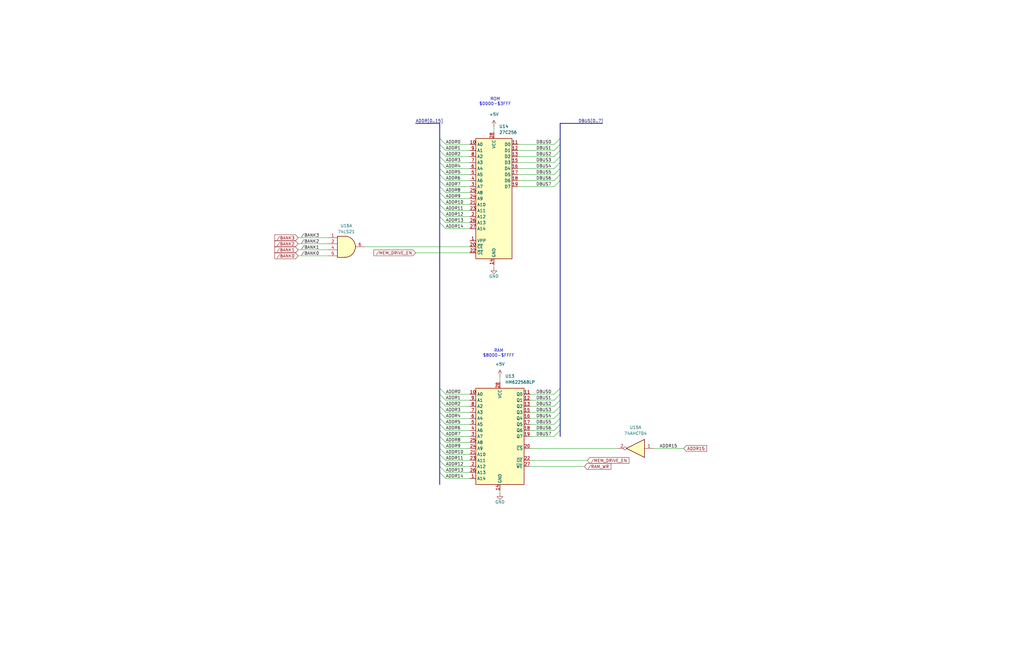
<source format=kicad_sch>
(kicad_sch (version 20231120) (generator "eeschema") (generator_version "8.0")
  (paper "B")
  (lib_symbols
    (symbol "74xx:74AHCT04"
      (property "Reference" "U" (at 0 1.27 0))
      (property "Value" "74AHCT04" (at 0 -1.27 0))
      (symbol "74AHCT04_1_0"
        (polyline (pts (xy -3.81 3.81) (xy -3.81 -3.81) (xy 3.81 0) (xy -3.81 3.81)) (stroke (width 0.254)) (fill (type background)))
        (pin input line (at -7.62 0 0) (length 3.81) (name "~") (number "1"))
        (pin output inverted (at 7.62 0 180) (length 3.81) (name "~") (number "2"))
      )
      (symbol "74AHCT04_2_0"
        (polyline (pts (xy -3.81 3.81) (xy -3.81 -3.81) (xy 3.81 0) (xy -3.81 3.81)) (stroke (width 0.254)) (fill (type background)))
        (pin input line (at -7.62 0 0) (length 3.81) (name "~") (number "3"))
        (pin output inverted (at 7.62 0 180) (length 3.81) (name "~") (number "4"))
      )
      (symbol "74AHCT04_3_0"
        (polyline (pts (xy -3.81 3.81) (xy -3.81 -3.81) (xy 3.81 0) (xy -3.81 3.81)) (stroke (width 0.254)) (fill (type background)))
        (pin input line (at -7.62 0 0) (length 3.81) (name "~") (number "5"))
        (pin output inverted (at 7.62 0 180) (length 3.81) (name "~") (number "6"))
      )
      (symbol "74AHCT04_4_0"
        (polyline (pts (xy -3.81 3.81) (xy -3.81 -3.81) (xy 3.81 0) (xy -3.81 3.81)) (stroke (width 0.254)) (fill (type background)))
        (pin output inverted (at 7.62 0 180) (length 3.81) (name "~") (number "8"))
        (pin input line (at -7.62 0 0) (length 3.81) (name "~") (number "9"))
      )
      (symbol "74AHCT04_5_0"
        (polyline (pts (xy -3.81 3.81) (xy -3.81 -3.81) (xy 3.81 0) (xy -3.81 3.81)) (stroke (width 0.254)) (fill (type background)))
        (pin output inverted (at 7.62 0 180) (length 3.81) (name "~") (number "10"))
        (pin input line (at -7.62 0 0) (length 3.81) (name "~") (number "11"))
      )
      (symbol "74AHCT04_6_0"
        (polyline (pts (xy -3.81 3.81) (xy -3.81 -3.81) (xy 3.81 0) (xy -3.81 3.81)) (stroke (width 0.254)) (fill (type background)))
        (pin output inverted (at 7.62 0 180) (length 3.81) (name "~") (number "12"))
        (pin input line (at -7.62 0 0) (length 3.81) (name "~") (number "13"))
      )
      (symbol "74AHCT04_7_0"
        (pin power_in line (at 0 12.7 270) (length 5.08) (name "VCC") (number "14"))
        (pin power_in line (at 0 -12.7 90) (length 5.08) (name "GND") (number "7"))
      )
      (symbol "74AHCT04_7_1"
        (rectangle (start -5.08 7.62) (end 5.08 -7.62) (stroke (width 0.254)) (fill (type background)))
      )
    )
    (symbol "74xx:74LS21" (pin_names (offset 1.016))
      (property "Reference" "U" (at 0 1.27 0))
      (property "Value" "74LS21" (at 0 -1.27 0))
      (symbol "74LS21_1_1"
        (arc (start -0.635 -4.445) (mid 3.7907 0) (end -0.635 4.445) (stroke (width 0.254)) (fill (type background)))
        (polyline (pts (xy -0.635 4.445) (xy -3.81 4.445) (xy -3.81 -4.445) (xy -0.635 -4.445)) (stroke (width 0.254)) (fill (type background)))
        (pin input line (at -7.62 3.81 0) (length 3.81) (name "~") (number "1"))
        (pin input line (at -7.62 1.27 0) (length 3.81) (name "~") (number "2"))
        (pin input line (at -7.62 -1.27 0) (length 3.81) (name "~") (number "4"))
        (pin input line (at -7.62 -3.81 0) (length 3.81) (name "~") (number "5"))
        (pin output line (at 7.62 0 180) (length 3.81) (name "~") (number "6"))
      )
      (symbol "74LS21_1_2"
        (arc (start -3.81 -4.445) (mid -2.5908 0) (end -3.81 4.445) (stroke (width 0.254)))
        (arc (start -0.6096 -4.445) (mid 2.2246 -2.8422) (end 3.81 0) (stroke (width 0.254)) (fill (type background)))
        (polyline (pts (xy -3.81 -4.445) (xy -0.635 -4.445)) (stroke (width 0.254)) (fill (type background)))
        (polyline (pts (xy -3.81 4.445) (xy -0.635 4.445)) (stroke (width 0.254)) (fill (type background)))
        (polyline (pts (xy -0.635 4.445) (xy -3.81 4.445) (xy -3.81 4.445) (xy -3.6322 4.0894) (xy -3.0988 2.921) (xy -2.7686 1.6764) (xy -2.6162 0.4318) (xy -2.6416 -0.8636) (xy -2.8702 -2.1082) (xy -3.2512 -3.3274) (xy -3.81 -4.445) (xy -3.81 -4.445) (xy -0.635 -4.445)) (stroke (width -25.4)) (fill (type background)))
        (arc (start 3.81 0) (mid 2.2204 2.8379) (end -0.6096 4.445) (stroke (width 0.254)) (fill (type background)))
        (pin input inverted (at -7.62 3.81 0) (length 3.81) (name "~") (number "1"))
        (pin input inverted (at -7.62 1.27 0) (length 4.826) (name "~") (number "2"))
        (pin input inverted (at -7.62 -1.27 0) (length 4.826) (name "~") (number "4"))
        (pin input inverted (at -7.62 -3.81 0) (length 3.81) (name "~") (number "5"))
        (pin output inverted (at 7.62 0 180) (length 3.81) (name "~") (number "6"))
      )
      (symbol "74LS21_2_1"
        (arc (start -0.635 -4.445) (mid 3.7907 0) (end -0.635 4.445) (stroke (width 0.254)) (fill (type background)))
        (polyline (pts (xy -0.635 4.445) (xy -3.81 4.445) (xy -3.81 -4.445) (xy -0.635 -4.445)) (stroke (width 0.254)) (fill (type background)))
        (pin input line (at -7.62 1.27 0) (length 3.81) (name "~") (number "10"))
        (pin input line (at -7.62 -1.27 0) (length 3.81) (name "~") (number "12"))
        (pin input line (at -7.62 -3.81 0) (length 3.81) (name "~") (number "13"))
        (pin output line (at 7.62 0 180) (length 3.81) (name "~") (number "8"))
        (pin input line (at -7.62 3.81 0) (length 3.81) (name "~") (number "9"))
      )
      (symbol "74LS21_2_2"
        (arc (start -3.81 -4.445) (mid -2.5908 0) (end -3.81 4.445) (stroke (width 0.254)))
        (arc (start -0.6096 -4.445) (mid 2.2246 -2.8422) (end 3.81 0) (stroke (width 0.254)) (fill (type background)))
        (polyline (pts (xy -3.81 -4.445) (xy -0.635 -4.445)) (stroke (width 0.254)) (fill (type background)))
        (polyline (pts (xy -3.81 4.445) (xy -0.635 4.445)) (stroke (width 0.254)) (fill (type background)))
        (polyline (pts (xy -0.635 4.445) (xy -3.81 4.445) (xy -3.81 4.445) (xy -3.6322 4.0894) (xy -3.0988 2.921) (xy -2.7686 1.6764) (xy -2.6162 0.4318) (xy -2.6416 -0.8636) (xy -2.8702 -2.1082) (xy -3.2512 -3.3274) (xy -3.81 -4.445) (xy -3.81 -4.445) (xy -0.635 -4.445)) (stroke (width -25.4)) (fill (type background)))
        (arc (start 3.81 0) (mid 2.2204 2.8379) (end -0.6096 4.445) (stroke (width 0.254)) (fill (type background)))
        (pin input inverted (at -7.62 1.27 0) (length 4.826) (name "~") (number "10"))
        (pin input inverted (at -7.62 -1.27 0) (length 4.826) (name "~") (number "12"))
        (pin input inverted (at -7.62 -3.81 0) (length 3.81) (name "~") (number "13"))
        (pin output inverted (at 7.62 0 180) (length 3.81) (name "~") (number "8"))
        (pin input inverted (at -7.62 3.81 0) (length 3.81) (name "~") (number "9"))
      )
      (symbol "74LS21_3_0"
        (pin power_in line (at 0 12.7 270) (length 5.08) (name "VCC") (number "14"))
        (pin power_in line (at 0 -12.7 90) (length 5.08) (name "GND") (number "7"))
      )
      (symbol "74LS21_3_1"
        (rectangle (start -5.08 7.62) (end 5.08 -7.62) (stroke (width 0.254)) (fill (type background)))
      )
    )
    (symbol "Memory_EPROM:27C256"
      (property "Reference" "U" (at -7.62 26.67 0))
      (property "Value" "27C256" (at 2.54 -26.67 0))
      (symbol "27C256_1_1"
        (rectangle (start -7.62 25.4) (end 7.62 -25.4) (stroke (width 0.254)) (fill (type background)))
        (pin input line (at -10.16 -17.78 0) (length 2.54) (name "VPP") (number "1"))
        (pin input line (at -10.16 22.86 0) (length 2.54) (name "A0") (number "10"))
        (pin tri_state line (at 10.16 22.86 180) (length 2.54) (name "D0") (number "11"))
        (pin tri_state line (at 10.16 20.32 180) (length 2.54) (name "D1") (number "12"))
        (pin tri_state line (at 10.16 17.78 180) (length 2.54) (name "D2") (number "13"))
        (pin power_in line (at 0 -27.94 90) (length 2.54) (name "GND") (number "14"))
        (pin tri_state line (at 10.16 15.24 180) (length 2.54) (name "D3") (number "15"))
        (pin tri_state line (at 10.16 12.7 180) (length 2.54) (name "D4") (number "16"))
        (pin tri_state line (at 10.16 10.16 180) (length 2.54) (name "D5") (number "17"))
        (pin tri_state line (at 10.16 7.62 180) (length 2.54) (name "D6") (number "18"))
        (pin tri_state line (at 10.16 5.08 180) (length 2.54) (name "D7") (number "19"))
        (pin input line (at -10.16 -7.62 0) (length 2.54) (name "A12") (number "2"))
        (pin input line (at -10.16 -20.32 0) (length 2.54) (name "~{CE}") (number "20"))
        (pin input line (at -10.16 -2.54 0) (length 2.54) (name "A10") (number "21"))
        (pin input line (at -10.16 -22.86 0) (length 2.54) (name "~{OE}") (number "22"))
        (pin input line (at -10.16 -5.08 0) (length 2.54) (name "A11") (number "23"))
        (pin input line (at -10.16 0 0) (length 2.54) (name "A9") (number "24"))
        (pin input line (at -10.16 2.54 0) (length 2.54) (name "A8") (number "25"))
        (pin input line (at -10.16 -10.16 0) (length 2.54) (name "A13") (number "26"))
        (pin input line (at -10.16 -12.7 0) (length 2.54) (name "A14") (number "27"))
        (pin power_in line (at 0 27.94 270) (length 2.54) (name "VCC") (number "28"))
        (pin input line (at -10.16 5.08 0) (length 2.54) (name "A7") (number "3"))
        (pin input line (at -10.16 7.62 0) (length 2.54) (name "A6") (number "4"))
        (pin input line (at -10.16 10.16 0) (length 2.54) (name "A5") (number "5"))
        (pin input line (at -10.16 12.7 0) (length 2.54) (name "A4") (number "6"))
        (pin input line (at -10.16 15.24 0) (length 2.54) (name "A3") (number "7"))
        (pin input line (at -10.16 17.78 0) (length 2.54) (name "A2") (number "8"))
        (pin input line (at -10.16 20.32 0) (length 2.54) (name "A1") (number "9"))
      )
    )
    (symbol "Memory_RAM:HM62256BLP"
      (property "Reference" "U" (at -10.16 20.955 0))
      (property "Value" "HM62256BLP" (at 2.54 20.955 0))
      (symbol "HM62256BLP_0_0"
        (pin power_in line (at 0 -22.86 90) (length 2.54) (name "GND") (number "14"))
        (pin power_in line (at 0 22.86 270) (length 2.54) (name "VCC") (number "28"))
      )
      (symbol "HM62256BLP_0_1"
        (rectangle (start -10.16 20.32) (end 10.16 -20.32) (stroke (width 0.254)) (fill (type background)))
      )
      (symbol "HM62256BLP_1_1"
        (pin input line (at -12.7 -17.78 0) (length 2.54) (name "A14") (number "1"))
        (pin input line (at -12.7 17.78 0) (length 2.54) (name "A0") (number "10"))
        (pin tri_state line (at 12.7 17.78 180) (length 2.54) (name "Q0") (number "11"))
        (pin tri_state line (at 12.7 15.24 180) (length 2.54) (name "Q1") (number "12"))
        (pin tri_state line (at 12.7 12.7 180) (length 2.54) (name "Q2") (number "13"))
        (pin tri_state line (at 12.7 10.16 180) (length 2.54) (name "Q3") (number "15"))
        (pin tri_state line (at 12.7 7.62 180) (length 2.54) (name "Q4") (number "16"))
        (pin tri_state line (at 12.7 5.08 180) (length 2.54) (name "Q5") (number "17"))
        (pin tri_state line (at 12.7 2.54 180) (length 2.54) (name "Q6") (number "18"))
        (pin tri_state line (at 12.7 0 180) (length 2.54) (name "Q7") (number "19"))
        (pin input line (at -12.7 -12.7 0) (length 2.54) (name "A12") (number "2"))
        (pin input line (at 12.7 -5.08 180) (length 2.54) (name "~{CS}") (number "20"))
        (pin input line (at -12.7 -7.62 0) (length 2.54) (name "A10") (number "21"))
        (pin input line (at 12.7 -10.16 180) (length 2.54) (name "~{OE}") (number "22"))
        (pin input line (at -12.7 -10.16 0) (length 2.54) (name "A11") (number "23"))
        (pin input line (at -12.7 -5.08 0) (length 2.54) (name "A9") (number "24"))
        (pin input line (at -12.7 -2.54 0) (length 2.54) (name "A8") (number "25"))
        (pin input line (at -12.7 -15.24 0) (length 2.54) (name "A13") (number "26"))
        (pin input line (at 12.7 -12.7 180) (length 2.54) (name "~{WE}") (number "27"))
        (pin input line (at -12.7 0 0) (length 2.54) (name "A7") (number "3"))
        (pin input line (at -12.7 2.54 0) (length 2.54) (name "A6") (number "4"))
        (pin input line (at -12.7 5.08 0) (length 2.54) (name "A5") (number "5"))
        (pin input line (at -12.7 7.62 0) (length 2.54) (name "A4") (number "6"))
        (pin input line (at -12.7 10.16 0) (length 2.54) (name "A3") (number "7"))
        (pin input line (at -12.7 12.7 0) (length 2.54) (name "A2") (number "8"))
        (pin input line (at -12.7 15.24 0) (length 2.54) (name "A1") (number "9"))
      )
    )
    (symbol "power:+5V" (power) (pin_numbers hide) (pin_names (offset 0) hide)
      (property "Value" "+5V" (at 0 3.556 0))
      (symbol "+5V_0_1"
        (polyline (pts (xy -0.762 1.27) (xy 0 2.54)))
        (polyline (pts (xy 0 0) (xy 0 2.54)))
        (polyline (pts (xy 0 2.54) (xy 0.762 1.27)))
      )
      (symbol "+5V_1_1"
        (pin power_in line (at 0 0 90) (length 0) (name "~") (number "1"))
      )
    )
    (symbol "power:GND" (power) (pin_numbers hide) (pin_names (offset 0) hide)
      (property "Value" "GND" (at 0 -3.81 0))
      (symbol "GND_0_1"
        (polyline (pts (xy 0 0) (xy 0 -1.27) (xy 1.27 -1.27) (xy 0 -2.54) (xy -1.27 -1.27) (xy 0 -1.27)))
      )
      (symbol "GND_1_1"
        (pin power_in line (at 0 0 270) (length 0) (name "~") (number "1"))
      )
    )
  )
  (bus_entry (at 233.68 73.66) (size 2.54 -2.54))
  (bus_entry (at 185.42 194.31) (size 2.54 2.54))
  (bus_entry (at 185.42 171.45) (size 2.54 2.54))
  (bus_entry (at 185.42 163.83) (size 2.54 2.54))
  (bus_entry (at 185.42 88.9) (size 2.54 2.54))
  (bus_entry (at 185.42 186.69) (size 2.54 2.54))
  (bus_entry (at 233.68 66.04) (size 2.54 -2.54))
  (bus_entry (at 185.42 78.74) (size 2.54 2.54))
  (bus_entry (at 185.42 199.39) (size 2.54 2.54))
  (bus_entry (at 185.42 189.23) (size 2.54 2.54))
  (bus_entry (at 185.42 68.58) (size 2.54 2.54))
  (bus_entry (at 185.42 196.85) (size 2.54 2.54))
  (bus_entry (at 185.42 60.96) (size 2.54 2.54))
  (bus_entry (at 185.42 66.04) (size 2.54 2.54))
  (bus_entry (at 185.42 191.77) (size 2.54 2.54))
  (bus_entry (at 185.42 168.91) (size 2.54 2.54))
  (bus_entry (at 185.42 184.15) (size 2.54 2.54))
  (bus_entry (at 185.42 76.2) (size 2.54 2.54))
  (bus_entry (at 185.42 86.36) (size 2.54 2.54))
  (bus_entry (at 185.42 81.28) (size 2.54 2.54))
  (bus_entry (at 185.42 176.53) (size 2.54 2.54))
  (bus_entry (at 185.42 179.07) (size 2.54 2.54))
  (bus_entry (at 233.68 168.91) (size 2.54 -2.54))
  (bus_entry (at 233.68 176.53) (size 2.54 -2.54))
  (bus_entry (at 233.68 184.15) (size 2.54 -2.54))
  (bus_entry (at 233.68 76.2) (size 2.54 -2.54))
  (bus_entry (at 233.68 179.07) (size 2.54 -2.54))
  (bus_entry (at 185.42 83.82) (size 2.54 2.54))
  (bus_entry (at 185.42 58.42) (size 2.54 2.54))
  (bus_entry (at 185.42 91.44) (size 2.54 2.54))
  (bus_entry (at 233.68 68.58) (size 2.54 -2.54))
  (bus_entry (at 233.68 63.5) (size 2.54 -2.54))
  (bus_entry (at 185.42 173.99) (size 2.54 2.54))
  (bus_entry (at 185.42 71.12) (size 2.54 2.54))
  (bus_entry (at 185.42 93.98) (size 2.54 2.54))
  (bus_entry (at 233.68 171.45) (size 2.54 -2.54))
  (bus_entry (at 185.42 181.61) (size 2.54 2.54))
  (bus_entry (at 185.42 73.66) (size 2.54 2.54))
  (bus_entry (at 233.68 78.74) (size 2.54 -2.54))
  (bus_entry (at 233.68 173.99) (size 2.54 -2.54))
  (bus_entry (at 233.68 181.61) (size 2.54 -2.54))
  (bus_entry (at 185.42 166.37) (size 2.54 2.54))
  (bus_entry (at 233.68 166.37) (size 2.54 -2.54))
  (bus_entry (at 185.42 63.5) (size 2.54 2.54))
  (bus_entry (at 233.68 71.12) (size 2.54 -2.54))
  (bus_entry (at 233.68 60.96) (size 2.54 -2.54))
  (bus (pts (xy 236.22 168.91) (xy 236.22 166.37)))
  (wire (pts (xy 208.28 53.34) (xy 208.28 55.88)))
  (bus (pts (xy 185.42 58.42) (xy 185.42 60.96)))
  (wire (pts (xy 223.52 196.85) (xy 246.38 196.85)))
  (bus (pts (xy 185.42 91.44) (xy 185.42 93.98)))
  (wire (pts (xy 187.96 189.23) (xy 198.12 189.23)))
  (wire (pts (xy 223.52 168.91) (xy 233.68 168.91)))
  (wire (pts (xy 187.96 184.15) (xy 198.12 184.15)))
  (wire (pts (xy 187.96 176.53) (xy 198.12 176.53)))
  (bus (pts (xy 185.42 83.82) (xy 185.42 86.36)))
  (wire (pts (xy 187.96 199.39) (xy 198.12 199.39)))
  (bus (pts (xy 185.42 163.83) (xy 185.42 166.37)))
  (wire (pts (xy 218.44 76.2) (xy 233.68 76.2)))
  (bus (pts (xy 236.22 73.66) (xy 236.22 71.12)))
  (wire (pts (xy 187.96 186.69) (xy 198.12 186.69)))
  (wire (pts (xy 187.96 191.77) (xy 198.12 191.77)))
  (bus (pts (xy 185.42 176.53) (xy 185.42 179.07)))
  (wire (pts (xy 187.96 86.36) (xy 198.12 86.36)))
  (wire (pts (xy 187.96 166.37) (xy 198.12 166.37)))
  (wire (pts (xy 187.96 78.74) (xy 198.12 78.74)))
  (bus (pts (xy 236.22 176.53) (xy 236.22 173.99)))
  (wire (pts (xy 218.44 63.5) (xy 233.68 63.5)))
  (wire (pts (xy 187.96 63.5) (xy 198.12 63.5)))
  (wire (pts (xy 125.73 100.33) (xy 138.43 100.33)))
  (bus (pts (xy 185.42 166.37) (xy 185.42 168.91)))
  (wire (pts (xy 210.82 158.75) (xy 210.82 161.29)))
  (bus (pts (xy 185.42 179.07) (xy 185.42 181.61)))
  (wire (pts (xy 125.73 102.87) (xy 138.43 102.87)))
  (bus (pts (xy 185.42 181.61) (xy 185.42 184.15)))
  (wire (pts (xy 218.44 78.74) (xy 233.68 78.74)))
  (bus (pts (xy 185.42 191.77) (xy 185.42 194.31)))
  (bus (pts (xy 185.42 71.12) (xy 185.42 73.66)))
  (wire (pts (xy 223.52 173.99) (xy 233.68 173.99)))
  (wire (pts (xy 153.67 104.14) (xy 198.12 104.14)))
  (bus (pts (xy 236.22 179.07) (xy 236.22 176.53)))
  (bus (pts (xy 185.42 73.66) (xy 185.42 76.2)))
  (wire (pts (xy 187.96 88.9) (xy 198.12 88.9)))
  (wire (pts (xy 223.52 176.53) (xy 233.68 176.53)))
  (bus (pts (xy 185.42 63.5) (xy 185.42 66.04)))
  (wire (pts (xy 187.96 60.96) (xy 198.12 60.96)))
  (bus (pts (xy 185.42 52.07) (xy 185.42 58.42)))
  (wire (pts (xy 187.96 81.28) (xy 198.12 81.28)))
  (bus (pts (xy 236.22 166.37) (xy 236.22 163.83)))
  (bus (pts (xy 236.22 163.83) (xy 236.22 76.2)))
  (wire (pts (xy 187.96 96.52) (xy 198.12 96.52)))
  (bus (pts (xy 185.42 186.69) (xy 185.42 189.23)))
  (bus (pts (xy 236.22 76.2) (xy 236.22 73.66)))
  (wire (pts (xy 187.96 68.58) (xy 198.12 68.58)))
  (wire (pts (xy 187.96 168.91) (xy 198.12 168.91)))
  (bus (pts (xy 185.42 199.39) (xy 185.42 204.47)))
  (bus (pts (xy 236.22 58.42) (xy 236.22 52.07)))
  (wire (pts (xy 218.44 73.66) (xy 233.68 73.66)))
  (bus (pts (xy 185.42 196.85) (xy 185.42 199.39)))
  (bus (pts (xy 236.22 71.12) (xy 236.22 68.58)))
  (wire (pts (xy 187.96 93.98) (xy 198.12 93.98)))
  (wire (pts (xy 187.96 66.04) (xy 198.12 66.04)))
  (wire (pts (xy 187.96 173.99) (xy 198.12 173.99)))
  (wire (pts (xy 275.59 189.23) (xy 288.29 189.23)))
  (wire (pts (xy 175.26 106.68) (xy 198.12 106.68)))
  (wire (pts (xy 223.52 184.15) (xy 233.68 184.15)))
  (wire (pts (xy 218.44 66.04) (xy 233.68 66.04)))
  (wire (pts (xy 218.44 68.58) (xy 233.68 68.58)))
  (wire (pts (xy 187.96 73.66) (xy 198.12 73.66)))
  (wire (pts (xy 223.52 179.07) (xy 233.68 179.07)))
  (bus (pts (xy 185.42 76.2) (xy 185.42 78.74)))
  (bus (pts (xy 236.22 66.04) (xy 236.22 63.5)))
  (wire (pts (xy 187.96 91.44) (xy 198.12 91.44)))
  (wire (pts (xy 125.73 105.41) (xy 138.43 105.41)))
  (wire (pts (xy 210.82 207.01) (xy 210.82 208.28)))
  (bus (pts (xy 185.42 66.04) (xy 185.42 68.58)))
  (bus (pts (xy 185.42 60.96) (xy 185.42 63.5)))
  (bus (pts (xy 236.22 181.61) (xy 236.22 179.07)))
  (wire (pts (xy 223.52 171.45) (xy 233.68 171.45)))
  (wire (pts (xy 187.96 179.07) (xy 198.12 179.07)))
  (wire (pts (xy 187.96 196.85) (xy 198.12 196.85)))
  (bus (pts (xy 185.42 78.74) (xy 185.42 81.28)))
  (bus (pts (xy 185.42 173.99) (xy 185.42 176.53)))
  (bus (pts (xy 185.42 88.9) (xy 185.42 91.44)))
  (bus (pts (xy 236.22 171.45) (xy 236.22 168.91)))
  (bus (pts (xy 185.42 81.28) (xy 185.42 83.82)))
  (wire (pts (xy 223.52 181.61) (xy 233.68 181.61)))
  (wire (pts (xy 223.52 194.31) (xy 247.65 194.31)))
  (wire (pts (xy 187.96 181.61) (xy 198.12 181.61)))
  (wire (pts (xy 218.44 60.96) (xy 233.68 60.96)))
  (bus (pts (xy 185.42 189.23) (xy 185.42 191.77)))
  (bus (pts (xy 185.42 171.45) (xy 185.42 173.99)))
  (bus (pts (xy 185.42 68.58) (xy 185.42 71.12)))
  (wire (pts (xy 125.73 107.95) (xy 138.43 107.95)))
  (bus (pts (xy 236.22 184.15) (xy 236.22 181.61)))
  (bus (pts (xy 236.22 52.07) (xy 254 52.07)))
  (bus (pts (xy 175.26 52.07) (xy 185.42 52.07)))
  (wire (pts (xy 187.96 76.2) (xy 198.12 76.2)))
  (bus (pts (xy 185.42 194.31) (xy 185.42 196.85)))
  (bus (pts (xy 236.22 60.96) (xy 236.22 58.42)))
  (wire (pts (xy 208.28 111.76) (xy 208.28 113.03)))
  (bus (pts (xy 236.22 68.58) (xy 236.22 66.04)))
  (bus (pts (xy 185.42 168.91) (xy 185.42 171.45)))
  (wire (pts (xy 187.96 201.93) (xy 198.12 201.93)))
  (wire (pts (xy 187.96 171.45) (xy 198.12 171.45)))
  (bus (pts (xy 236.22 63.5) (xy 236.22 60.96)))
  (wire (pts (xy 223.52 166.37) (xy 233.68 166.37)))
  (bus (pts (xy 236.22 173.99) (xy 236.22 171.45)))
  (wire (pts (xy 187.96 83.82) (xy 198.12 83.82)))
  (bus (pts (xy 185.42 93.98) (xy 185.42 163.83)))
  (wire (pts (xy 187.96 194.31) (xy 198.12 194.31)))
  (wire (pts (xy 223.52 189.23) (xy 260.35 189.23)))
  (wire (pts (xy 187.96 71.12) (xy 198.12 71.12)))
  (bus (pts (xy 185.42 184.15) (xy 185.42 186.69)))
  (wire (pts (xy 218.44 71.12) (xy 233.68 71.12)))
  (bus (pts (xy 185.42 86.36) (xy 185.42 88.9)))
  (text "RAM\n$8000-$FFFF\n" (at 210.312 149.098 0) (effects (font (size 1.27 1.27))))
  (text "ROM\n$0000-$3FFF\n" (at 208.788 42.926 0) (effects (font (size 1.27 1.27))))
  (label "ADDR12" (at 187.96 196.85 0))
  (label "ADDR5" (at 187.96 179.07 0))
  (label "DBUS4" (at 226.06 176.53 0))
  (label "ADDR13" (at 187.96 199.39 0))
  (label "DBUS[0..7]" (at 243.84 52.07 0))
  (label "ADDR6" (at 187.96 76.2 0))
  (label "DBUS1" (at 226.06 63.5 0))
  (label "DBUS2" (at 226.06 66.04 0))
  (label "ADDR4" (at 187.96 176.53 0))
  (label "ADDR10" (at 187.96 86.36 0))
  (label "DBUS4" (at 226.06 71.12 0))
  (label "ADDR9" (at 187.96 189.23 0))
  (label "ADDR0" (at 187.96 166.37 0))
  (label "ADDR5" (at 187.96 73.66 0))
  (label "ADDR8" (at 187.96 81.28 0))
  (label "ADDR2" (at 187.96 171.45 0))
  (label "ADDR1" (at 187.96 168.91 0))
  (label "ADDR3" (at 187.96 68.58 0))
  (label "{slash}BANK2" (at 134.62 102.87 180))
  (label "ADDR7" (at 187.96 184.15 0))
  (label "{slash}BANK3" (at 134.62 100.33 180))
  (label "DBUS6" (at 226.06 76.2 0))
  (label "DBUS7" (at 226.06 78.74 0))
  (label "ADDR6" (at 187.96 181.61 0))
  (label "DBUS5" (at 226.06 73.66 0))
  (label "DBUS5" (at 226.06 179.07 0))
  (label "ADDR11" (at 187.96 88.9 0))
  (label "DBUS0" (at 226.06 60.96 0))
  (label "DBUS3" (at 226.06 173.99 0))
  (label "ADDR9" (at 187.96 83.82 0))
  (label "ADDR3" (at 187.96 173.99 0))
  (label "ADDR15" (at 278.13 189.23 0))
  (label "DBUS7" (at 226.06 184.15 0))
  (label "{slash}BANK0" (at 134.62 107.95 180))
  (label "ADDR0" (at 187.96 60.96 0))
  (label "ADDR[0..15]" (at 175.26 52.07 0))
  (label "{slash}BANK1" (at 134.62 105.41 180))
  (label "DBUS0" (at 226.06 166.37 0))
  (label "ADDR12" (at 187.96 91.44 0))
  (label "DBUS2" (at 226.06 171.45 0))
  (label "ADDR7" (at 187.96 78.74 0))
  (label "ADDR14" (at 187.96 201.93 0))
  (label "DBUS1" (at 226.06 168.91 0))
  (label "DBUS6" (at 226.06 181.61 0))
  (label "ADDR14" (at 187.96 96.52 0))
  (label "ADDR11" (at 187.96 194.31 0))
  (label "ADDR1" (at 187.96 63.5 0))
  (label "ADDR2" (at 187.96 66.04 0))
  (label "DBUS3" (at 226.06 68.58 0))
  (label "ADDR4" (at 187.96 71.12 0))
  (label "ADDR10" (at 187.96 191.77 0))
  (label "ADDR8" (at 187.96 186.69 0))
  (label "ADDR13" (at 187.96 93.98 0))
  (global_label "{slash}BANK0" (shape input) (at 125.73 107.95 180) (property "Intersheetrefs" "${INTERSHEET_REFS}" (effects (hide yes))))
  (global_label "{slash}BANK2" (shape input) (at 125.73 102.87 180) (property "Intersheetrefs" "${INTERSHEET_REFS}" (effects (hide yes))))
  (global_label "{slash}BANK3" (shape input) (at 125.73 100.33 180) (property "Intersheetrefs" "${INTERSHEET_REFS}" (effects (hide yes))))
  (global_label "{slash}MEM_DRIVE_EN" (shape input) (at 247.65 194.31 0) (property "Intersheetrefs" "${INTERSHEET_REFS}" (effects (hide yes))))
  (global_label "ADDR15" (shape input) (at 288.29 189.23 0) (property "Intersheetrefs" "${INTERSHEET_REFS}" (effects (hide yes))))
  (global_label "{slash}MEM_DRIVE_EN" (shape input) (at 175.26 106.68 180) (property "Intersheetrefs" "${INTERSHEET_REFS}" (effects (hide yes))))
  (global_label "{slash}BANK1" (shape input) (at 125.73 105.41 180) (property "Intersheetrefs" "${INTERSHEET_REFS}" (effects (hide yes))))
  (global_label "{slash}RAM_WR" (shape input) (at 246.38 196.85 0) (property "Intersheetrefs" "${INTERSHEET_REFS}" (effects (hide yes))))
  (symbol (lib_id "74xx:74LS21") (at 146.05 104.14 0) (unit 1)
    (property "Reference" "U16" (at 146.0403 95.25 0))
    (property "Value" "74LS21" (at 146.0403 97.79 0))
    (property "Datasheet" "http://www.ti.com/lit/gpn/sn74LS21" (effects (hide yes)))
    (property "Description" "Dual 4-input AND" (effects (hide yes)))
  )
  (symbol (lib_id "power:GND") (at 208.28 113.03 0) (unit 1)
    (property "Reference" "#PWR030" (effects (hide yes)))
    (property "Value" "GND" (at 208.28 116.586 0))
    (property "Description" "Power symbol creates a global label with name \"GND\" , ground" (effects (hide yes)))
  )
  (symbol (lib_id "power:+5V") (at 210.82 158.75 0) (unit 1)
    (property "Reference" "#PWR029" (effects (hide yes)))
    (property "Value" "+5V" (at 210.82 153.67 0))
    (property "Description" "Power symbol creates a global label with name \"+5V\"" (effects (hide yes)))
  )
  (symbol (lib_id "Memory_EPROM:27C256") (at 208.28 83.82 0) (unit 1)
    (property "Reference" "U14" (at 210.4741 53.34 0) (effects (justify left)))
    (property "Value" "27C256" (at 210.4741 55.88 0) (effects (justify left)))
    (property "Footprint" "Package_DIP:DIP-28_W15.24mm" (effects (hide yes)))
    (property "Datasheet" "http://ww1.microchip.com/downloads/en/DeviceDoc/doc0014.pdf" (effects (hide yes)))
    (property "Description" "OTP EPROM 256 KiBit" (effects (hide yes)))
  )
  (symbol (lib_id "power:GND") (at 210.82 208.28 0) (unit 1)
    (property "Reference" "#PWR031" (effects (hide yes)))
    (property "Value" "GND" (at 210.82 211.836 0))
    (property "Description" "Power symbol creates a global label with name \"GND\" , ground" (effects (hide yes)))
  )
  (symbol (lib_id "Memory_RAM:HM62256BLP") (at 210.82 184.15 0) (unit 1)
    (property "Reference" "U13" (at 213.0141 158.75 0) (effects (justify left)))
    (property "Value" "HM62256BLP" (at 213.0141 161.29 0) (effects (justify left)))
    (property "Footprint" "Package_DIP:DIP-28_W15.24mm" (effects (hide yes)))
    (property "Datasheet" "https://web.mit.edu/6.115/www/document/62256.pdf" (effects (hide yes)))
    (property "Description" "32,768-word × 8-bit High Speed CMOS Static RAM, 70ns, DIP-28" (effects (hide yes)))
  )
  (symbol (lib_id "74xx:74AHCT04") (at 267.97 189.23 180) (unit 1)
    (property "Reference" "U15" (at 267.97 180.34 0))
    (property "Value" "74AHCT04" (at 267.97 182.88 0))
    (property "Datasheet" "https://assets.nexperia.com/documents/data-sheet/74AHC_AHCT04.pdf" (effects (hide yes)))
    (property "Description" "Hex Inverter" (effects (hide yes)))
  )
  (symbol (lib_id "power:+5V") (at 208.28 53.34 0) (unit 1)
    (property "Reference" "#PWR028" (effects (hide yes)))
    (property "Value" "+5V" (at 208.28 48.26 0))
    (property "Description" "Power symbol creates a global label with name \"+5V\"" (effects (hide yes)))
  )
)
</source>
